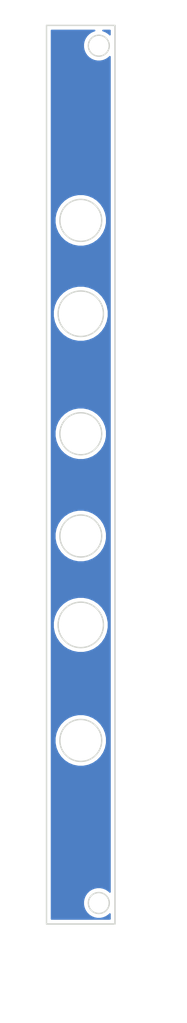
<source format=kicad_pcb>
(kicad_pcb (version 20171130) (host pcbnew 5.1.7-a382d34a8~87~ubuntu18.04.1)

  (general
    (thickness 1.6)
    (drawings 14)
    (tracks 0)
    (zones 0)
    (modules 0)
    (nets 1)
  )

  (page A4)
  (layers
    (0 F.Cu signal)
    (31 B.Cu signal)
    (32 B.Adhes user)
    (33 F.Adhes user)
    (34 B.Paste user)
    (35 F.Paste user)
    (36 B.SilkS user)
    (37 F.SilkS user)
    (38 B.Mask user)
    (39 F.Mask user)
    (40 Dwgs.User user)
    (41 Cmts.User user)
    (42 Eco1.User user)
    (43 Eco2.User user)
    (44 Edge.Cuts user)
    (45 Margin user)
    (46 B.CrtYd user)
    (47 F.CrtYd user)
    (48 B.Fab user)
    (49 F.Fab user)
  )

  (setup
    (last_trace_width 0.25)
    (trace_clearance 0.2)
    (zone_clearance 0.508)
    (zone_45_only no)
    (trace_min 0.2)
    (via_size 0.8)
    (via_drill 0.4)
    (via_min_size 0.4)
    (via_min_drill 0.3)
    (uvia_size 0.3)
    (uvia_drill 0.1)
    (uvias_allowed no)
    (uvia_min_size 0.2)
    (uvia_min_drill 0.1)
    (edge_width 0.05)
    (segment_width 0.2)
    (pcb_text_width 0.3)
    (pcb_text_size 1.5 1.5)
    (mod_edge_width 0.12)
    (mod_text_size 1 1)
    (mod_text_width 0.15)
    (pad_size 1.524 1.524)
    (pad_drill 0.762)
    (pad_to_mask_clearance 0.051)
    (solder_mask_min_width 0.25)
    (aux_axis_origin 0 0)
    (grid_origin 121.75934 165.7981)
    (visible_elements FFFFFF7F)
    (pcbplotparams
      (layerselection 0x010fc_ffffffff)
      (usegerberextensions true)
      (usegerberattributes false)
      (usegerberadvancedattributes false)
      (creategerberjobfile false)
      (excludeedgelayer true)
      (linewidth 0.100000)
      (plotframeref false)
      (viasonmask false)
      (mode 1)
      (useauxorigin false)
      (hpglpennumber 1)
      (hpglpenspeed 20)
      (hpglpendiameter 15.000000)
      (psnegative false)
      (psa4output false)
      (plotreference true)
      (plotvalue true)
      (plotinvisibletext false)
      (padsonsilk false)
      (subtractmaskfromsilk false)
      (outputformat 1)
      (mirror false)
      (drillshape 0)
      (scaleselection 1)
      (outputdirectory "gerbers"))
  )

  (net 0 "")

  (net_class Default "This is the default net class."
    (clearance 0.2)
    (trace_width 0.25)
    (via_dia 0.8)
    (via_drill 0.4)
    (uvia_dia 0.3)
    (uvia_drill 0.1)
  )

  (gr_text AT2 (at 126.7968 47.752) (layer F.Mask) (tstamp 5E70BFB8)
    (effects (font (size 3 3) (thickness 0.75)))
  )
  (gr_text AT2 (at 126.7968 47.752) (layer F.Cu)
    (effects (font (size 3 3) (thickness 0.75)))
  )
  (gr_circle (center 126.67434 123.0581) (end 129.924339 123.0581) (layer Edge.Cuts) (width 0.2))
  (gr_line (start 131.57934 165.7981) (end 121.75934 165.7981) (layer Edge.Cuts) (width 0.2))
  (gr_circle (center 126.67434 139.5681) (end 129.67434 139.5681) (layer Edge.Cuts) (width 0.2))
  (gr_circle (center 129.25934 40.2981) (end 130.75934 40.2981) (layer Edge.Cuts) (width 0.2))
  (gr_circle (center 126.67434 65.2581) (end 129.67434 65.2581) (layer Edge.Cuts) (width 0.2))
  (gr_circle (center 129.25934 162.7981) (end 130.75934 162.7981) (layer Edge.Cuts) (width 0.2))
  (gr_circle (center 126.67434 110.3581) (end 129.67434 110.3581) (layer Edge.Cuts) (width 0.2))
  (gr_circle (center 126.67434 78.5981) (end 129.924339 78.5981) (layer Edge.Cuts) (width 0.2))
  (gr_circle (center 126.67434 95.7481) (end 129.67434 95.7481) (layer Edge.Cuts) (width 0.2))
  (gr_line (start 121.75934 165.7981) (end 121.75934 37.3981) (layer Edge.Cuts) (width 0.2))
  (gr_line (start 121.75934 37.3981) (end 131.57934 37.3981) (layer Edge.Cuts) (width 0.2))
  (gr_line (start 131.57934 37.3981) (end 131.57934 165.7981) (layer Edge.Cuts) (width 0.2))

  (zone (net 0) (net_name "") (layer B.Cu) (tstamp 60005372) (hatch edge 0.508)
    (connect_pads (clearance 0.508))
    (min_thickness 0.254)
    (fill yes (arc_segments 32) (thermal_gap 0.508) (thermal_bridge_width 0.508))
    (polygon
      (pts
        (xy 141.9098 37.1856) (xy 135.9535 179.9463) (xy 115.0874 177.8381) (xy 115.6208 33.7693)
      )
    )
    (filled_polygon
      (pts
        (xy 128.604748 38.1402) (xy 128.19634 38.309368) (xy 127.828783 38.554961) (xy 127.516201 38.867543) (xy 127.270608 39.2351)
        (xy 127.10144 39.643508) (xy 127.015198 40.077071) (xy 127.015198 40.519129) (xy 127.10144 40.952692) (xy 127.270608 41.3611)
        (xy 127.516201 41.728657) (xy 127.828783 42.041239) (xy 128.19634 42.286832) (xy 128.604748 42.456) (xy 129.038311 42.542242)
        (xy 129.480369 42.542242) (xy 129.913932 42.456) (xy 130.32234 42.286832) (xy 130.689897 42.041239) (xy 130.84434 41.886796)
        (xy 130.844341 161.209405) (xy 130.689897 161.054961) (xy 130.32234 160.809368) (xy 129.913932 160.6402) (xy 129.480369 160.553958)
        (xy 129.038311 160.553958) (xy 128.604748 160.6402) (xy 128.19634 160.809368) (xy 127.828783 161.054961) (xy 127.516201 161.367543)
        (xy 127.270608 161.7351) (xy 127.10144 162.143508) (xy 127.015198 162.577071) (xy 127.015198 163.019129) (xy 127.10144 163.452692)
        (xy 127.270608 163.8611) (xy 127.516201 164.228657) (xy 127.828783 164.541239) (xy 128.19634 164.786832) (xy 128.604748 164.956)
        (xy 129.038311 165.042242) (xy 129.480369 165.042242) (xy 129.913932 164.956) (xy 130.32234 164.786832) (xy 130.689897 164.541239)
        (xy 130.844341 164.386795) (xy 130.844341 165.0631) (xy 122.49434 165.0631) (xy 122.49434 139.200046) (xy 122.937421 139.200046)
        (xy 122.937421 139.936154) (xy 123.081029 140.658119) (xy 123.362726 141.338195) (xy 123.771686 141.950247) (xy 124.292193 142.470754)
        (xy 124.904245 142.879714) (xy 125.584321 143.161411) (xy 126.306286 143.305019) (xy 127.042394 143.305019) (xy 127.764359 143.161411)
        (xy 128.444435 142.879714) (xy 129.056487 142.470754) (xy 129.576994 141.950247) (xy 129.985954 141.338195) (xy 130.267651 140.658119)
        (xy 130.411259 139.936154) (xy 130.411259 139.200046) (xy 130.267651 138.478081) (xy 129.985954 137.798005) (xy 129.576994 137.185953)
        (xy 129.056487 136.665446) (xy 128.444435 136.256486) (xy 127.764359 135.974789) (xy 127.042394 135.831181) (xy 126.306286 135.831181)
        (xy 125.584321 135.974789) (xy 124.904245 136.256486) (xy 124.292193 136.665446) (xy 123.771686 137.185953) (xy 123.362726 137.798005)
        (xy 123.081029 138.478081) (xy 122.937421 139.200046) (xy 122.49434 139.200046) (xy 122.49434 122.665541) (xy 122.688626 122.665541)
        (xy 122.688626 123.450659) (xy 122.841795 124.22069) (xy 123.142246 124.946043) (xy 123.578434 125.598844) (xy 124.133596 126.154006)
        (xy 124.786397 126.590194) (xy 125.51175 126.890645) (xy 126.281781 127.043814) (xy 127.066899 127.043814) (xy 127.83693 126.890645)
        (xy 128.562283 126.590194) (xy 129.215084 126.154006) (xy 129.770246 125.598844) (xy 130.206434 124.946043) (xy 130.506885 124.22069)
        (xy 130.660054 123.450659) (xy 130.660054 122.665541) (xy 130.506885 121.89551) (xy 130.206434 121.170157) (xy 129.770246 120.517356)
        (xy 129.215084 119.962194) (xy 128.562283 119.526006) (xy 127.83693 119.225555) (xy 127.066899 119.072386) (xy 126.281781 119.072386)
        (xy 125.51175 119.225555) (xy 124.786397 119.526006) (xy 124.133596 119.962194) (xy 123.578434 120.517356) (xy 123.142246 121.170157)
        (xy 122.841795 121.89551) (xy 122.688626 122.665541) (xy 122.49434 122.665541) (xy 122.49434 109.990046) (xy 122.937421 109.990046)
        (xy 122.937421 110.726154) (xy 123.081029 111.448119) (xy 123.362726 112.128195) (xy 123.771686 112.740247) (xy 124.292193 113.260754)
        (xy 124.904245 113.669714) (xy 125.584321 113.951411) (xy 126.306286 114.095019) (xy 127.042394 114.095019) (xy 127.764359 113.951411)
        (xy 128.444435 113.669714) (xy 129.056487 113.260754) (xy 129.576994 112.740247) (xy 129.985954 112.128195) (xy 130.267651 111.448119)
        (xy 130.411259 110.726154) (xy 130.411259 109.990046) (xy 130.267651 109.268081) (xy 129.985954 108.588005) (xy 129.576994 107.975953)
        (xy 129.056487 107.455446) (xy 128.444435 107.046486) (xy 127.764359 106.764789) (xy 127.042394 106.621181) (xy 126.306286 106.621181)
        (xy 125.584321 106.764789) (xy 124.904245 107.046486) (xy 124.292193 107.455446) (xy 123.771686 107.975953) (xy 123.362726 108.588005)
        (xy 123.081029 109.268081) (xy 122.937421 109.990046) (xy 122.49434 109.990046) (xy 122.49434 95.380046) (xy 122.937421 95.380046)
        (xy 122.937421 96.116154) (xy 123.081029 96.838119) (xy 123.362726 97.518195) (xy 123.771686 98.130247) (xy 124.292193 98.650754)
        (xy 124.904245 99.059714) (xy 125.584321 99.341411) (xy 126.306286 99.485019) (xy 127.042394 99.485019) (xy 127.764359 99.341411)
        (xy 128.444435 99.059714) (xy 129.056487 98.650754) (xy 129.576994 98.130247) (xy 129.985954 97.518195) (xy 130.267651 96.838119)
        (xy 130.411259 96.116154) (xy 130.411259 95.380046) (xy 130.267651 94.658081) (xy 129.985954 93.978005) (xy 129.576994 93.365953)
        (xy 129.056487 92.845446) (xy 128.444435 92.436486) (xy 127.764359 92.154789) (xy 127.042394 92.011181) (xy 126.306286 92.011181)
        (xy 125.584321 92.154789) (xy 124.904245 92.436486) (xy 124.292193 92.845446) (xy 123.771686 93.365953) (xy 123.362726 93.978005)
        (xy 123.081029 94.658081) (xy 122.937421 95.380046) (xy 122.49434 95.380046) (xy 122.49434 78.205541) (xy 122.688626 78.205541)
        (xy 122.688626 78.990659) (xy 122.841795 79.76069) (xy 123.142246 80.486043) (xy 123.578434 81.138844) (xy 124.133596 81.694006)
        (xy 124.786397 82.130194) (xy 125.51175 82.430645) (xy 126.281781 82.583814) (xy 127.066899 82.583814) (xy 127.83693 82.430645)
        (xy 128.562283 82.130194) (xy 129.215084 81.694006) (xy 129.770246 81.138844) (xy 130.206434 80.486043) (xy 130.506885 79.76069)
        (xy 130.660054 78.990659) (xy 130.660054 78.205541) (xy 130.506885 77.43551) (xy 130.206434 76.710157) (xy 129.770246 76.057356)
        (xy 129.215084 75.502194) (xy 128.562283 75.066006) (xy 127.83693 74.765555) (xy 127.066899 74.612386) (xy 126.281781 74.612386)
        (xy 125.51175 74.765555) (xy 124.786397 75.066006) (xy 124.133596 75.502194) (xy 123.578434 76.057356) (xy 123.142246 76.710157)
        (xy 122.841795 77.43551) (xy 122.688626 78.205541) (xy 122.49434 78.205541) (xy 122.49434 64.890046) (xy 122.937421 64.890046)
        (xy 122.937421 65.626154) (xy 123.081029 66.348119) (xy 123.362726 67.028195) (xy 123.771686 67.640247) (xy 124.292193 68.160754)
        (xy 124.904245 68.569714) (xy 125.584321 68.851411) (xy 126.306286 68.995019) (xy 127.042394 68.995019) (xy 127.764359 68.851411)
        (xy 128.444435 68.569714) (xy 129.056487 68.160754) (xy 129.576994 67.640247) (xy 129.985954 67.028195) (xy 130.267651 66.348119)
        (xy 130.411259 65.626154) (xy 130.411259 64.890046) (xy 130.267651 64.168081) (xy 129.985954 63.488005) (xy 129.576994 62.875953)
        (xy 129.056487 62.355446) (xy 128.444435 61.946486) (xy 127.764359 61.664789) (xy 127.042394 61.521181) (xy 126.306286 61.521181)
        (xy 125.584321 61.664789) (xy 124.904245 61.946486) (xy 124.292193 62.355446) (xy 123.771686 62.875953) (xy 123.362726 63.488005)
        (xy 123.081029 64.168081) (xy 122.937421 64.890046) (xy 122.49434 64.890046) (xy 122.49434 38.1331) (xy 128.640442 38.1331)
      )
    )
    (filled_polygon
      (pts
        (xy 130.84434 38.709404) (xy 130.689897 38.554961) (xy 130.32234 38.309368) (xy 129.913932 38.1402) (xy 129.878238 38.1331)
        (xy 130.84434 38.1331)
      )
    )
  )
)

</source>
